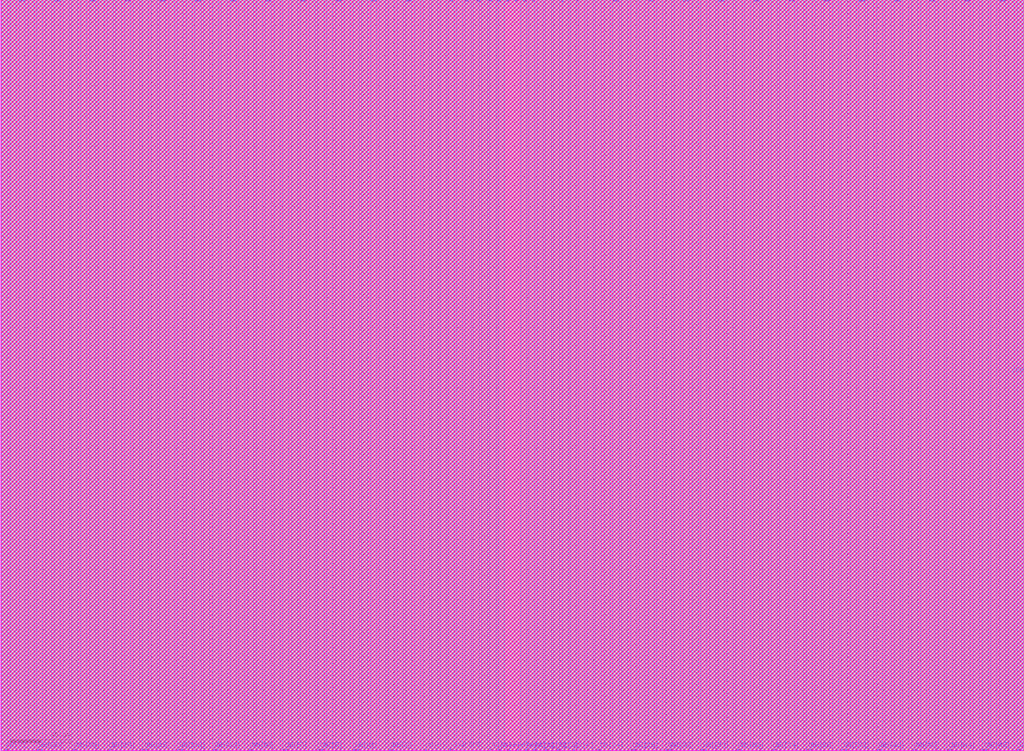
<source format=lef>
#     Copyright (c) 2023 SMIC                                                       
#     Filename:      FRAM512.lef                                                   
#     IP code:       S018RF2P                                                         
#     Version:       0.2.b                                                        
#     CreateDate:    Wed May 31 22:21:50 CST 2023                                                     
                    
#    LEF for 2-PORT Register File                                                               
#    SMIC 0.18um G Logic Process                                                       
#    Configuration: -instname FRAM512 -rows 256 -bits 48 -mux 2  



# DISCLAIMER                                                                           #
#                                                                                      #  
#   SMIC hereby provides the quality information to you but makes no claims,           #
# promises or guarantees about the accuracy, completeness, or adequacy of the          #
# information herein. The information contained herein is provided on an "AS IS"       #
# basis without any warranty, and SMIC assumes no obligation to provide support        #
# of any kind or otherwise maintain the information.                                   #  
#   SMIC disclaims any representation that the information does not infringe any       #
# intellectual property rights or proprietary rights of any third parties. SMIC        #
# makes no other warranty, whether express, implied or statutory as to any             #
# matter whatsoever, including but not limited to the accuracy or sufficiency of       #
# any information or the merchantability and fitness for a particular purpose.         #
# Neither SMIC nor any of its representatives shall be liable for any cause of         #
# action incurred to connect to this service.                                          #  
#                                                                                      #
# STATEMENT OF USE AND CONFIDENTIALITY                                                 #  
#                                                                                      #  
#   The following/attached material contains confidential and proprietary              #  
# information of SMIC. This material is based upon information which SMIC              #  
# considers reliable, but SMIC neither represents nor warrants that such               #
# information is accurate or complete, and it must not be relied upon as such.         #
# This information was prepared for informational purposes and is for the use          #
# by SMIC's customer only. SMIC reserves the right to make changes in the              #  
# information at any time without notice.                                              #  
#   No part of this information may be reproduced, transmitted, transcribed,           #  
# stored in a retrieval system, or translated into any human or computer               # 
# language, in any form or by any means, electronic, mechanical, magnetic,             #  
# optical, chemical, manual, or otherwise, without the prior written consent of        #
# SMIC. Any unauthorized use or disclosure of this material is strictly                #  
# prohibited and may be unlawful. By accepting this material, the receiving            #  
# party shall be deemed to have acknowledged, accepted, and agreed to be bound         #
# by the foregoing limitations and restrictions. Thank you.                            #  
#                                                                                      #  


MACRO FRAM512
CLASS BLOCK ;
ORIGIN 0 0 ;
SIZE 676.66 BY 496.905 ;
SYMMETRY X Y R90 ;

PIN DB[23]
DIRECTION INPUT ;
USE SIGNAL ;
PORT
LAYER METAL1 ;
RECT 2.825 0.0 3.895 0.64 ;
LAYER METAL2 ;
RECT 2.825 0.0 3.895 0.64 ;
LAYER METAL3 ;
RECT 2.825 0.0 3.895 0.64 ;
END
ANTENNAGATEAREA 0.079 ;
ANTENNADIFFAREA 0.3738 ;
END DB[23]

PIN QA[23]
DIRECTION OUTPUT ;
USE SIGNAL ;
PORT
LAYER METAL1 ;
RECT 12.645 496.265 13.715 496.905 ;
LAYER METAL2 ;
RECT 12.645 496.265 13.715 496.905 ;
LAYER METAL3 ;
RECT 12.645 496.265 13.715 496.905 ;
END
ANTENNAGATEAREA 0.079 ;
ANTENNADIFFAREA 0.3738 ;
END QA[23]

PIN QA[22]
DIRECTION OUTPUT ;
USE SIGNAL ;
PORT
LAYER METAL1 ;
RECT 14.715 496.265 15.785 496.905 ;
LAYER METAL2 ;
RECT 14.715 496.265 15.785 496.905 ;
LAYER METAL3 ;
RECT 14.715 496.265 15.785 496.905 ;
END
ANTENNAGATEAREA 0.079 ;
ANTENNADIFFAREA 0.3738 ;
END QA[22]

PIN DB[22]
DIRECTION INPUT ;
USE SIGNAL ;
PORT
LAYER METAL1 ;
RECT 24.535 0.0 25.605 0.64 ;
LAYER METAL2 ;
RECT 24.535 0.0 25.605 0.64 ;
LAYER METAL3 ;
RECT 24.535 0.0 25.605 0.64 ;
END
ANTENNAGATEAREA 0.079 ;
ANTENNADIFFAREA 0.3738 ;
END DB[22]

PIN DB[21]
DIRECTION INPUT ;
USE SIGNAL ;
PORT
LAYER METAL1 ;
RECT 26.065 0.0 27.135 0.64 ;
LAYER METAL2 ;
RECT 26.065 0.0 27.135 0.64 ;
LAYER METAL3 ;
RECT 26.065 0.0 27.135 0.64 ;
END
ANTENNAGATEAREA 0.079 ;
ANTENNADIFFAREA 0.3738 ;
END DB[21]

PIN QA[21]
DIRECTION OUTPUT ;
USE SIGNAL ;
PORT
LAYER METAL1 ;
RECT 35.885 496.265 36.955 496.905 ;
LAYER METAL2 ;
RECT 35.885 496.265 36.955 496.905 ;
LAYER METAL3 ;
RECT 35.885 496.265 36.955 496.905 ;
END
ANTENNAGATEAREA 0.079 ;
ANTENNADIFFAREA 0.3738 ;
END QA[21]

PIN QA[20]
DIRECTION OUTPUT ;
USE SIGNAL ;
PORT
LAYER METAL1 ;
RECT 37.955 496.265 39.025 496.905 ;
LAYER METAL2 ;
RECT 37.955 496.265 39.025 496.905 ;
LAYER METAL3 ;
RECT 37.955 496.265 39.025 496.905 ;
END
ANTENNAGATEAREA 0.079 ;
ANTENNADIFFAREA 0.3738 ;
END QA[20]

PIN DB[20]
DIRECTION INPUT ;
USE SIGNAL ;
PORT
LAYER METAL1 ;
RECT 47.775 0.0 48.845 0.64 ;
LAYER METAL2 ;
RECT 47.775 0.0 48.845 0.64 ;
LAYER METAL3 ;
RECT 47.775 0.0 48.845 0.64 ;
END
ANTENNAGATEAREA 0.079 ;
ANTENNADIFFAREA 0.3738 ;
END DB[20]

PIN DB[19]
DIRECTION INPUT ;
USE SIGNAL ;
PORT
LAYER METAL1 ;
RECT 49.305 0.0 50.375 0.64 ;
LAYER METAL2 ;
RECT 49.305 0.0 50.375 0.64 ;
LAYER METAL3 ;
RECT 49.305 0.0 50.375 0.64 ;
END
ANTENNAGATEAREA 0.079 ;
ANTENNADIFFAREA 0.3738 ;
END DB[19]

PIN QA[19]
DIRECTION OUTPUT ;
USE SIGNAL ;
PORT
LAYER METAL1 ;
RECT 59.125 496.265 60.195 496.905 ;
LAYER METAL2 ;
RECT 59.125 496.265 60.195 496.905 ;
LAYER METAL3 ;
RECT 59.125 496.265 60.195 496.905 ;
END
ANTENNAGATEAREA 0.079 ;
ANTENNADIFFAREA 0.3738 ;
END QA[19]

PIN QA[18]
DIRECTION OUTPUT ;
USE SIGNAL ;
PORT
LAYER METAL1 ;
RECT 61.195 496.265 62.265 496.905 ;
LAYER METAL2 ;
RECT 61.195 496.265 62.265 496.905 ;
LAYER METAL3 ;
RECT 61.195 496.265 62.265 496.905 ;
END
ANTENNAGATEAREA 0.079 ;
ANTENNADIFFAREA 0.3738 ;
END QA[18]

PIN DB[18]
DIRECTION INPUT ;
USE SIGNAL ;
PORT
LAYER METAL1 ;
RECT 71.015 0.0 72.085 0.64 ;
LAYER METAL2 ;
RECT 71.015 0.0 72.085 0.64 ;
LAYER METAL3 ;
RECT 71.015 0.0 72.085 0.64 ;
END
ANTENNAGATEAREA 0.079 ;
ANTENNADIFFAREA 0.3738 ;
END DB[18]

PIN DB[17]
DIRECTION INPUT ;
USE SIGNAL ;
PORT
LAYER METAL1 ;
RECT 72.545 0.0 73.615 0.64 ;
LAYER METAL2 ;
RECT 72.545 0.0 73.615 0.64 ;
LAYER METAL3 ;
RECT 72.545 0.0 73.615 0.64 ;
END
ANTENNAGATEAREA 0.079 ;
ANTENNADIFFAREA 0.3738 ;
END DB[17]

PIN QA[17]
DIRECTION OUTPUT ;
USE SIGNAL ;
PORT
LAYER METAL1 ;
RECT 82.365 496.265 83.435 496.905 ;
LAYER METAL2 ;
RECT 82.365 496.265 83.435 496.905 ;
LAYER METAL3 ;
RECT 82.365 496.265 83.435 496.905 ;
END
ANTENNAGATEAREA 0.079 ;
ANTENNADIFFAREA 0.3738 ;
END QA[17]

PIN QA[16]
DIRECTION OUTPUT ;
USE SIGNAL ;
PORT
LAYER METAL1 ;
RECT 84.435 496.265 85.505 496.905 ;
LAYER METAL2 ;
RECT 84.435 496.265 85.505 496.905 ;
LAYER METAL3 ;
RECT 84.435 496.265 85.505 496.905 ;
END
ANTENNAGATEAREA 0.079 ;
ANTENNADIFFAREA 0.3738 ;
END QA[16]

PIN DB[16]
DIRECTION INPUT ;
USE SIGNAL ;
PORT
LAYER METAL1 ;
RECT 94.255 0.0 95.325 0.64 ;
LAYER METAL2 ;
RECT 94.255 0.0 95.325 0.64 ;
LAYER METAL3 ;
RECT 94.255 0.0 95.325 0.64 ;
END
ANTENNAGATEAREA 0.079 ;
ANTENNADIFFAREA 0.3738 ;
END DB[16]

PIN DB[15]
DIRECTION INPUT ;
USE SIGNAL ;
PORT
LAYER METAL1 ;
RECT 95.785 0.0 96.855 0.64 ;
LAYER METAL2 ;
RECT 95.785 0.0 96.855 0.64 ;
LAYER METAL3 ;
RECT 95.785 0.0 96.855 0.64 ;
END
ANTENNAGATEAREA 0.079 ;
ANTENNADIFFAREA 0.3738 ;
END DB[15]

PIN QA[15]
DIRECTION OUTPUT ;
USE SIGNAL ;
PORT
LAYER METAL1 ;
RECT 105.605 496.265 106.675 496.905 ;
LAYER METAL2 ;
RECT 105.605 496.265 106.675 496.905 ;
LAYER METAL3 ;
RECT 105.605 496.265 106.675 496.905 ;
END
ANTENNAGATEAREA 0.079 ;
ANTENNADIFFAREA 0.3738 ;
END QA[15]

PIN QA[14]
DIRECTION OUTPUT ;
USE SIGNAL ;
PORT
LAYER METAL1 ;
RECT 107.675 496.265 108.745 496.905 ;
LAYER METAL2 ;
RECT 107.675 496.265 108.745 496.905 ;
LAYER METAL3 ;
RECT 107.675 496.265 108.745 496.905 ;
END
ANTENNAGATEAREA 0.079 ;
ANTENNADIFFAREA 0.3738 ;
END QA[14]

PIN DB[14]
DIRECTION INPUT ;
USE SIGNAL ;
PORT
LAYER METAL1 ;
RECT 117.495 0.0 118.565 0.64 ;
LAYER METAL2 ;
RECT 117.495 0.0 118.565 0.64 ;
LAYER METAL3 ;
RECT 117.495 0.0 118.565 0.64 ;
END
ANTENNAGATEAREA 0.079 ;
ANTENNADIFFAREA 0.3738 ;
END DB[14]

PIN DB[13]
DIRECTION INPUT ;
USE SIGNAL ;
PORT
LAYER METAL1 ;
RECT 119.025 0.0 120.095 0.64 ;
LAYER METAL2 ;
RECT 119.025 0.0 120.095 0.64 ;
LAYER METAL3 ;
RECT 119.025 0.0 120.095 0.64 ;
END
ANTENNAGATEAREA 0.079 ;
ANTENNADIFFAREA 0.3738 ;
END DB[13]

PIN QA[13]
DIRECTION OUTPUT ;
USE SIGNAL ;
PORT
LAYER METAL1 ;
RECT 128.845 496.265 129.915 496.905 ;
LAYER METAL2 ;
RECT 128.845 496.265 129.915 496.905 ;
LAYER METAL3 ;
RECT 128.845 496.265 129.915 496.905 ;
END
ANTENNAGATEAREA 0.079 ;
ANTENNADIFFAREA 0.3738 ;
END QA[13]

PIN QA[12]
DIRECTION OUTPUT ;
USE SIGNAL ;
PORT
LAYER METAL1 ;
RECT 130.915 496.265 131.985 496.905 ;
LAYER METAL2 ;
RECT 130.915 496.265 131.985 496.905 ;
LAYER METAL3 ;
RECT 130.915 496.265 131.985 496.905 ;
END
ANTENNAGATEAREA 0.079 ;
ANTENNADIFFAREA 0.3738 ;
END QA[12]

PIN DB[12]
DIRECTION INPUT ;
USE SIGNAL ;
PORT
LAYER METAL1 ;
RECT 140.735 0.0 141.805 0.64 ;
LAYER METAL2 ;
RECT 140.735 0.0 141.805 0.64 ;
LAYER METAL3 ;
RECT 140.735 0.0 141.805 0.64 ;
END
ANTENNAGATEAREA 0.079 ;
ANTENNADIFFAREA 0.3738 ;
END DB[12]

PIN DB[11]
DIRECTION INPUT ;
USE SIGNAL ;
PORT
LAYER METAL1 ;
RECT 142.265 0.0 143.335 0.64 ;
LAYER METAL2 ;
RECT 142.265 0.0 143.335 0.64 ;
LAYER METAL3 ;
RECT 142.265 0.0 143.335 0.64 ;
END
ANTENNAGATEAREA 0.079 ;
ANTENNADIFFAREA 0.3738 ;
END DB[11]

PIN QA[11]
DIRECTION OUTPUT ;
USE SIGNAL ;
PORT
LAYER METAL1 ;
RECT 152.085 496.265 153.155 496.905 ;
LAYER METAL2 ;
RECT 152.085 496.265 153.155 496.905 ;
LAYER METAL3 ;
RECT 152.085 496.265 153.155 496.905 ;
END
ANTENNAGATEAREA 0.079 ;
ANTENNADIFFAREA 0.3738 ;
END QA[11]

PIN QA[10]
DIRECTION OUTPUT ;
USE SIGNAL ;
PORT
LAYER METAL1 ;
RECT 154.155 496.265 155.225 496.905 ;
LAYER METAL2 ;
RECT 154.155 496.265 155.225 496.905 ;
LAYER METAL3 ;
RECT 154.155 496.265 155.225 496.905 ;
END
ANTENNAGATEAREA 0.079 ;
ANTENNADIFFAREA 0.3738 ;
END QA[10]

PIN DB[10]
DIRECTION INPUT ;
USE SIGNAL ;
PORT
LAYER METAL1 ;
RECT 163.975 0.0 165.045 0.64 ;
LAYER METAL2 ;
RECT 163.975 0.0 165.045 0.64 ;
LAYER METAL3 ;
RECT 163.975 0.0 165.045 0.64 ;
END
ANTENNAGATEAREA 0.079 ;
ANTENNADIFFAREA 0.3738 ;
END DB[10]

PIN DB[9]
DIRECTION INPUT ;
USE SIGNAL ;
PORT
LAYER METAL1 ;
RECT 165.505 0.0 166.575 0.64 ;
LAYER METAL2 ;
RECT 165.505 0.0 166.575 0.64 ;
LAYER METAL3 ;
RECT 165.505 0.0 166.575 0.64 ;
END
ANTENNAGATEAREA 0.079 ;
ANTENNADIFFAREA 0.3738 ;
END DB[9]

PIN QA[9]
DIRECTION OUTPUT ;
USE SIGNAL ;
PORT
LAYER METAL1 ;
RECT 175.325 496.265 176.395 496.905 ;
LAYER METAL2 ;
RECT 175.325 496.265 176.395 496.905 ;
LAYER METAL3 ;
RECT 175.325 496.265 176.395 496.905 ;
END
ANTENNAGATEAREA 0.079 ;
ANTENNADIFFAREA 0.3738 ;
END QA[9]

PIN QA[8]
DIRECTION OUTPUT ;
USE SIGNAL ;
PORT
LAYER METAL1 ;
RECT 177.395 496.265 178.465 496.905 ;
LAYER METAL2 ;
RECT 177.395 496.265 178.465 496.905 ;
LAYER METAL3 ;
RECT 177.395 496.265 178.465 496.905 ;
END
ANTENNAGATEAREA 0.079 ;
ANTENNADIFFAREA 0.3738 ;
END QA[8]

PIN DB[8]
DIRECTION INPUT ;
USE SIGNAL ;
PORT
LAYER METAL1 ;
RECT 187.215 0.0 188.285 0.64 ;
LAYER METAL2 ;
RECT 187.215 0.0 188.285 0.64 ;
LAYER METAL3 ;
RECT 187.215 0.0 188.285 0.64 ;
END
ANTENNAGATEAREA 0.079 ;
ANTENNADIFFAREA 0.3738 ;
END DB[8]

PIN DB[7]
DIRECTION INPUT ;
USE SIGNAL ;
PORT
LAYER METAL1 ;
RECT 188.745 0.0 189.815 0.64 ;
LAYER METAL2 ;
RECT 188.745 0.0 189.815 0.64 ;
LAYER METAL3 ;
RECT 188.745 0.0 189.815 0.64 ;
END
ANTENNAGATEAREA 0.079 ;
ANTENNADIFFAREA 0.3738 ;
END DB[7]

PIN QA[7]
DIRECTION OUTPUT ;
USE SIGNAL ;
PORT
LAYER METAL1 ;
RECT 198.565 496.265 199.635 496.905 ;
LAYER METAL2 ;
RECT 198.565 496.265 199.635 496.905 ;
LAYER METAL3 ;
RECT 198.565 496.265 199.635 496.905 ;
END
ANTENNAGATEAREA 0.079 ;
ANTENNADIFFAREA 0.3738 ;
END QA[7]

PIN QA[6]
DIRECTION OUTPUT ;
USE SIGNAL ;
PORT
LAYER METAL1 ;
RECT 200.635 496.265 201.705 496.905 ;
LAYER METAL2 ;
RECT 200.635 496.265 201.705 496.905 ;
LAYER METAL3 ;
RECT 200.635 496.265 201.705 496.905 ;
END
ANTENNAGATEAREA 0.079 ;
ANTENNADIFFAREA 0.3738 ;
END QA[6]

PIN DB[6]
DIRECTION INPUT ;
USE SIGNAL ;
PORT
LAYER METAL1 ;
RECT 210.455 0.0 211.525 0.64 ;
LAYER METAL2 ;
RECT 210.455 0.0 211.525 0.64 ;
LAYER METAL3 ;
RECT 210.455 0.0 211.525 0.64 ;
END
ANTENNAGATEAREA 0.079 ;
ANTENNADIFFAREA 0.3738 ;
END DB[6]

PIN DB[5]
DIRECTION INPUT ;
USE SIGNAL ;
PORT
LAYER METAL1 ;
RECT 211.985 0.0 213.055 0.64 ;
LAYER METAL2 ;
RECT 211.985 0.0 213.055 0.64 ;
LAYER METAL3 ;
RECT 211.985 0.0 213.055 0.64 ;
END
ANTENNAGATEAREA 0.079 ;
ANTENNADIFFAREA 0.3738 ;
END DB[5]

PIN QA[5]
DIRECTION OUTPUT ;
USE SIGNAL ;
PORT
LAYER METAL1 ;
RECT 221.805 496.265 222.875 496.905 ;
LAYER METAL2 ;
RECT 221.805 496.265 222.875 496.905 ;
LAYER METAL3 ;
RECT 221.805 496.265 222.875 496.905 ;
END
ANTENNAGATEAREA 0.079 ;
ANTENNADIFFAREA 0.3738 ;
END QA[5]

PIN QA[4]
DIRECTION OUTPUT ;
USE SIGNAL ;
PORT
LAYER METAL1 ;
RECT 223.875 496.265 224.945 496.905 ;
LAYER METAL2 ;
RECT 223.875 496.265 224.945 496.905 ;
LAYER METAL3 ;
RECT 223.875 496.265 224.945 496.905 ;
END
ANTENNAGATEAREA 0.079 ;
ANTENNADIFFAREA 0.3738 ;
END QA[4]

PIN DB[4]
DIRECTION INPUT ;
USE SIGNAL ;
PORT
LAYER METAL1 ;
RECT 233.695 0.0 234.765 0.64 ;
LAYER METAL2 ;
RECT 233.695 0.0 234.765 0.64 ;
LAYER METAL3 ;
RECT 233.695 0.0 234.765 0.64 ;
END
ANTENNAGATEAREA 0.079 ;
ANTENNADIFFAREA 0.3738 ;
END DB[4]

PIN DB[3]
DIRECTION INPUT ;
USE SIGNAL ;
PORT
LAYER METAL1 ;
RECT 235.225 0.0 236.295 0.64 ;
LAYER METAL2 ;
RECT 235.225 0.0 236.295 0.64 ;
LAYER METAL3 ;
RECT 235.225 0.0 236.295 0.64 ;
END
ANTENNAGATEAREA 0.079 ;
ANTENNADIFFAREA 0.3738 ;
END DB[3]

PIN QA[3]
DIRECTION OUTPUT ;
USE SIGNAL ;
PORT
LAYER METAL1 ;
RECT 245.045 496.265 246.115 496.905 ;
LAYER METAL2 ;
RECT 245.045 496.265 246.115 496.905 ;
LAYER METAL3 ;
RECT 245.045 496.265 246.115 496.905 ;
END
ANTENNAGATEAREA 0.079 ;
ANTENNADIFFAREA 0.3738 ;
END QA[3]

PIN QA[2]
DIRECTION OUTPUT ;
USE SIGNAL ;
PORT
LAYER METAL1 ;
RECT 247.115 496.265 248.185 496.905 ;
LAYER METAL2 ;
RECT 247.115 496.265 248.185 496.905 ;
LAYER METAL3 ;
RECT 247.115 496.265 248.185 496.905 ;
END
ANTENNAGATEAREA 0.079 ;
ANTENNADIFFAREA 0.3738 ;
END QA[2]

PIN DB[2]
DIRECTION INPUT ;
USE SIGNAL ;
PORT
LAYER METAL1 ;
RECT 256.935 0.0 258.005 0.64 ;
LAYER METAL2 ;
RECT 256.935 0.0 258.005 0.64 ;
LAYER METAL3 ;
RECT 256.935 0.0 258.005 0.64 ;
END
ANTENNAGATEAREA 0.079 ;
ANTENNADIFFAREA 0.3738 ;
END DB[2]

PIN DB[1]
DIRECTION INPUT ;
USE SIGNAL ;
PORT
LAYER METAL1 ;
RECT 258.465 0.0 259.535 0.64 ;
LAYER METAL2 ;
RECT 258.465 0.0 259.535 0.64 ;
LAYER METAL3 ;
RECT 258.465 0.0 259.535 0.64 ;
END
ANTENNAGATEAREA 0.079 ;
ANTENNADIFFAREA 0.3738 ;
END DB[1]

PIN QA[1]
DIRECTION OUTPUT ;
USE SIGNAL ;
PORT
LAYER METAL1 ;
RECT 268.285 496.265 269.355 496.905 ;
LAYER METAL2 ;
RECT 268.285 496.265 269.355 496.905 ;
LAYER METAL3 ;
RECT 268.285 496.265 269.355 496.905 ;
END
ANTENNAGATEAREA 0.079 ;
ANTENNADIFFAREA 0.3738 ;
END QA[1]

PIN QA[0]
DIRECTION OUTPUT ;
USE SIGNAL ;
PORT
LAYER METAL1 ;
RECT 270.355 496.265 271.425 496.905 ;
LAYER METAL2 ;
RECT 270.355 496.265 271.425 496.905 ;
LAYER METAL3 ;
RECT 270.355 496.265 271.425 496.905 ;
END
ANTENNAGATEAREA 0.079 ;
ANTENNADIFFAREA 0.3738 ;
END QA[0]

PIN DB[0]
DIRECTION INPUT ;
USE SIGNAL ;
PORT
LAYER METAL1 ;
RECT 280.175 0.0 281.245 0.64 ;
LAYER METAL2 ;
RECT 280.175 0.0 281.245 0.64 ;
LAYER METAL3 ;
RECT 280.175 0.0 281.245 0.64 ;
END
ANTENNAGATEAREA 0.079 ;
ANTENNADIFFAREA 0.3738 ;
END DB[0]

PIN CLKB
DIRECTION INPUT ;
USE CLOCK ;
PORT
LAYER METAL1 ;
RECT 297.105 0.0 297.605 1.07 ;
LAYER METAL2 ;
RECT 297.105 0.0 297.605 1.07 ;
LAYER METAL3 ;
RECT 297.105 0.0 297.605 1.07 ;
END
ANTENNAGATEAREA 0.079 ;
ANTENNADIFFAREA 0.3738 ;
END CLKB

PIN AA[0]
DIRECTION INPUT ;
USE SIGNAL ;
PORT
LAYER METAL1 ;
RECT 297.3 496.265 298.55 496.905 ;
LAYER METAL2 ;
RECT 297.3 496.265 298.55 496.905 ;
LAYER METAL3 ;
RECT 297.3 496.265 298.55 496.905 ;
END
ANTENNAGATEAREA 0.079 ;
ANTENNADIFFAREA 0.3738 ;
END AA[0]

PIN CENB
DIRECTION INPUT ;
USE SIGNAL ;
PORT
LAYER METAL1 ;
RECT 306.72 0.0 307.22 1.07 ;
LAYER METAL2 ;
RECT 306.72 0.0 307.22 1.07 ;
LAYER METAL3 ;
RECT 306.72 0.0 307.22 1.07 ;
END
ANTENNAGATEAREA 0.079 ;
ANTENNADIFFAREA 0.3738 ;
END CENB

PIN AA[3]
DIRECTION INPUT ;
USE SIGNAL ;
PORT
LAYER METAL1 ;
RECT 307.115 496.265 308.765 496.905 ;
LAYER METAL2 ;
RECT 307.115 496.265 308.365 496.905 ;
LAYER METAL3 ;
RECT 307.115 496.265 308.365 496.905 ;
END
ANTENNAGATEAREA 0.079 ;
ANTENNADIFFAREA 0.3738 ;
END AA[3]

PIN AA[2]
DIRECTION INPUT ;
USE SIGNAL ;
PORT
LAYER METAL1 ;
RECT 315.055 496.265 316.705 496.905 ;
LAYER METAL2 ;
RECT 315.055 496.265 316.305 496.905 ;
LAYER METAL3 ;
RECT 315.055 496.265 316.305 496.905 ;
END
ANTENNAGATEAREA 0.079 ;
ANTENNADIFFAREA 0.3738 ;
END AA[2]

PIN AA[1]
DIRECTION INPUT ;
USE SIGNAL ;
PORT
LAYER METAL1 ;
RECT 322.995 496.265 324.645 496.905 ;
LAYER METAL2 ;
RECT 322.995 496.265 324.245 496.905 ;
LAYER METAL3 ;
RECT 322.995 496.265 324.245 496.905 ;
END
ANTENNAGATEAREA 0.079 ;
ANTENNADIFFAREA 0.3738 ;
END AA[1]

PIN AB[8]
DIRECTION INPUT ;
USE SIGNAL ;
PORT
LAYER METAL1 ;
RECT 323.45 0.0 325.015 0.64 ;
LAYER METAL2 ;
RECT 323.765 0.0 325.015 0.64 ;
LAYER METAL3 ;
RECT 323.765 0.0 325.015 0.64 ;
END
ANTENNAGATEAREA 0.079 ;
ANTENNADIFFAREA 0.3738 ;
END AB[8]

PIN AA[4]
DIRECTION INPUT ;
USE SIGNAL ;
PORT
LAYER METAL1 ;
RECT 328.605 496.265 330.17 496.905 ;
LAYER METAL2 ;
RECT 328.605 496.265 329.855 496.905 ;
LAYER METAL3 ;
RECT 328.605 496.265 329.855 496.905 ;
END
ANTENNAGATEAREA 0.079 ;
ANTENNADIFFAREA 0.3738 ;
END AA[4]

PIN AB[7]
DIRECTION INPUT ;
USE SIGNAL ;
PORT
LAYER METAL1 ;
RECT 329.21 0.0 330.775 0.64 ;
LAYER METAL2 ;
RECT 329.525 0.0 330.775 0.64 ;
LAYER METAL3 ;
RECT 329.525 0.0 330.775 0.64 ;
END
ANTENNAGATEAREA 0.079 ;
ANTENNADIFFAREA 0.3738 ;
END AB[7]

PIN AA[5]
DIRECTION INPUT ;
USE SIGNAL ;
PORT
LAYER METAL1 ;
RECT 334.365 496.265 335.93 496.905 ;
LAYER METAL2 ;
RECT 334.365 496.265 335.615 496.905 ;
LAYER METAL3 ;
RECT 334.365 496.265 335.615 496.905 ;
END
ANTENNAGATEAREA 0.079 ;
ANTENNADIFFAREA 0.3738 ;
END AA[5]

PIN AB[6]
DIRECTION INPUT ;
USE SIGNAL ;
PORT
LAYER METAL1 ;
RECT 334.97 0.0 336.535 0.64 ;
LAYER METAL2 ;
RECT 335.285 0.0 336.535 0.64 ;
LAYER METAL3 ;
RECT 335.285 0.0 336.535 0.64 ;
END
ANTENNAGATEAREA 0.079 ;
ANTENNADIFFAREA 0.3738 ;
END AB[6]

PIN AA[6]
DIRECTION INPUT ;
USE SIGNAL ;
PORT
LAYER METAL1 ;
RECT 340.125 496.265 341.69 496.905 ;
LAYER METAL2 ;
RECT 340.125 496.265 341.375 496.905 ;
LAYER METAL3 ;
RECT 340.125 496.265 341.375 496.905 ;
END
ANTENNAGATEAREA 0.079 ;
ANTENNADIFFAREA 0.3738 ;
END AA[6]

PIN AB[5]
DIRECTION INPUT ;
USE SIGNAL ;
PORT
LAYER METAL1 ;
RECT 340.73 0.0 342.295 0.64 ;
LAYER METAL2 ;
RECT 341.045 0.0 342.295 0.64 ;
LAYER METAL3 ;
RECT 341.045 0.0 342.295 0.64 ;
END
ANTENNAGATEAREA 0.079 ;
ANTENNADIFFAREA 0.3738 ;
END AB[5]

PIN AA[7]
DIRECTION INPUT ;
USE SIGNAL ;
PORT
LAYER METAL1 ;
RECT 345.885 496.265 347.45 496.905 ;
LAYER METAL2 ;
RECT 345.885 496.265 347.135 496.905 ;
LAYER METAL3 ;
RECT 345.885 496.265 347.135 496.905 ;
END
ANTENNAGATEAREA 0.079 ;
ANTENNADIFFAREA 0.3738 ;
END AA[7]

PIN AB[4]
DIRECTION INPUT ;
USE SIGNAL ;
PORT
LAYER METAL1 ;
RECT 346.49 0.0 348.055 0.64 ;
LAYER METAL2 ;
RECT 346.805 0.0 348.055 0.64 ;
LAYER METAL3 ;
RECT 346.805 0.0 348.055 0.64 ;
END
ANTENNAGATEAREA 0.079 ;
ANTENNADIFFAREA 0.3738 ;
END AB[4]

PIN AA[8]
DIRECTION INPUT ;
USE SIGNAL ;
PORT
LAYER METAL1 ;
RECT 351.645 496.265 353.21 496.905 ;
LAYER METAL2 ;
RECT 351.645 496.265 352.895 496.905 ;
LAYER METAL3 ;
RECT 351.645 496.265 352.895 496.905 ;
END
ANTENNAGATEAREA 0.079 ;
ANTENNADIFFAREA 0.3738 ;
END AA[8]

PIN AB[1]
DIRECTION INPUT ;
USE SIGNAL ;
PORT
LAYER METAL1 ;
RECT 352.015 0.0 353.665 0.64 ;
LAYER METAL2 ;
RECT 352.415 0.0 353.665 0.64 ;
LAYER METAL3 ;
RECT 352.415 0.0 353.665 0.64 ;
END
ANTENNAGATEAREA 0.079 ;
ANTENNADIFFAREA 0.3738 ;
END AB[1]

PIN AB[2]
DIRECTION INPUT ;
USE SIGNAL ;
PORT
LAYER METAL1 ;
RECT 359.955 0.0 361.605 0.64 ;
LAYER METAL2 ;
RECT 360.355 0.0 361.605 0.64 ;
LAYER METAL3 ;
RECT 360.355 0.0 361.605 0.64 ;
END
ANTENNAGATEAREA 0.079 ;
ANTENNADIFFAREA 0.3738 ;
END AB[2]

PIN AB[3]
DIRECTION INPUT ;
USE SIGNAL ;
PORT
LAYER METAL1 ;
RECT 367.895 0.0 369.545 0.64 ;
LAYER METAL2 ;
RECT 368.295 0.0 369.545 0.64 ;
LAYER METAL3 ;
RECT 368.295 0.0 369.545 0.64 ;
END
ANTENNAGATEAREA 0.079 ;
ANTENNADIFFAREA 0.3738 ;
END AB[3]

PIN CENA
DIRECTION INPUT ;
USE SIGNAL ;
PORT
LAYER METAL1 ;
RECT 371.285 495.835 371.785 496.905 ;
LAYER METAL2 ;
RECT 371.285 495.835 371.785 496.905 ;
LAYER METAL3 ;
RECT 371.285 495.835 371.785 496.905 ;
END
ANTENNAGATEAREA 0.079 ;
ANTENNADIFFAREA 0.3738 ;
END CENA

PIN AB[0]
DIRECTION INPUT ;
USE SIGNAL ;
PORT
LAYER METAL1 ;
RECT 378.11 0.0 379.36 0.64 ;
LAYER METAL2 ;
RECT 378.11 0.0 379.36 0.64 ;
LAYER METAL3 ;
RECT 378.11 0.0 379.36 0.64 ;
END
ANTENNAGATEAREA 0.079 ;
ANTENNADIFFAREA 0.3738 ;
END AB[0]

PIN CLKA
DIRECTION INPUT ;
USE CLOCK ;
PORT
LAYER METAL1 ;
RECT 380.69 495.835 381.19 496.905 ;
LAYER METAL2 ;
RECT 380.69 495.835 381.19 496.905 ;
LAYER METAL3 ;
RECT 380.69 495.835 381.19 496.905 ;
END
ANTENNAGATEAREA 0.079 ;
ANTENNADIFFAREA 0.3738 ;
END CLKA

PIN DB[24]
DIRECTION INPUT ;
USE SIGNAL ;
PORT
LAYER METAL1 ;
RECT 395.415 0.0 396.485 0.64 ;
LAYER METAL2 ;
RECT 395.415 0.0 396.485 0.64 ;
LAYER METAL3 ;
RECT 395.415 0.0 396.485 0.64 ;
END
ANTENNAGATEAREA 0.079 ;
ANTENNADIFFAREA 0.3738 ;
END DB[24]

PIN QA[24]
DIRECTION OUTPUT ;
USE SIGNAL ;
PORT
LAYER METAL1 ;
RECT 405.235 496.265 406.305 496.905 ;
LAYER METAL2 ;
RECT 405.235 496.265 406.305 496.905 ;
LAYER METAL3 ;
RECT 405.235 496.265 406.305 496.905 ;
END
ANTENNAGATEAREA 0.079 ;
ANTENNADIFFAREA 0.3738 ;
END QA[24]

PIN QA[25]
DIRECTION OUTPUT ;
USE SIGNAL ;
PORT
LAYER METAL1 ;
RECT 407.305 496.265 408.375 496.905 ;
LAYER METAL2 ;
RECT 407.305 496.265 408.375 496.905 ;
LAYER METAL3 ;
RECT 407.305 496.265 408.375 496.905 ;
END
ANTENNAGATEAREA 0.079 ;
ANTENNADIFFAREA 0.3738 ;
END QA[25]

PIN DB[25]
DIRECTION INPUT ;
USE SIGNAL ;
PORT
LAYER METAL1 ;
RECT 417.125 0.0 418.195 0.64 ;
LAYER METAL2 ;
RECT 417.125 0.0 418.195 0.64 ;
LAYER METAL3 ;
RECT 417.125 0.0 418.195 0.64 ;
END
ANTENNAGATEAREA 0.079 ;
ANTENNADIFFAREA 0.3738 ;
END DB[25]

PIN DB[26]
DIRECTION INPUT ;
USE SIGNAL ;
PORT
LAYER METAL1 ;
RECT 418.655 0.0 419.725 0.64 ;
LAYER METAL2 ;
RECT 418.655 0.0 419.725 0.64 ;
LAYER METAL3 ;
RECT 418.655 0.0 419.725 0.64 ;
END
ANTENNAGATEAREA 0.079 ;
ANTENNADIFFAREA 0.3738 ;
END DB[26]

PIN QA[26]
DIRECTION OUTPUT ;
USE SIGNAL ;
PORT
LAYER METAL1 ;
RECT 428.475 496.265 429.545 496.905 ;
LAYER METAL2 ;
RECT 428.475 496.265 429.545 496.905 ;
LAYER METAL3 ;
RECT 428.475 496.265 429.545 496.905 ;
END
ANTENNAGATEAREA 0.079 ;
ANTENNADIFFAREA 0.3738 ;
END QA[26]

PIN QA[27]
DIRECTION OUTPUT ;
USE SIGNAL ;
PORT
LAYER METAL1 ;
RECT 430.545 496.265 431.615 496.905 ;
LAYER METAL2 ;
RECT 430.545 496.265 431.615 496.905 ;
LAYER METAL3 ;
RECT 430.545 496.265 431.615 496.905 ;
END
ANTENNAGATEAREA 0.079 ;
ANTENNADIFFAREA 0.3738 ;
END QA[27]

PIN DB[27]
DIRECTION INPUT ;
USE SIGNAL ;
PORT
LAYER METAL1 ;
RECT 440.365 0.0 441.435 0.64 ;
LAYER METAL2 ;
RECT 440.365 0.0 441.435 0.64 ;
LAYER METAL3 ;
RECT 440.365 0.0 441.435 0.64 ;
END
ANTENNAGATEAREA 0.079 ;
ANTENNADIFFAREA 0.3738 ;
END DB[27]

PIN DB[28]
DIRECTION INPUT ;
USE SIGNAL ;
PORT
LAYER METAL1 ;
RECT 441.895 0.0 442.965 0.64 ;
LAYER METAL2 ;
RECT 441.895 0.0 442.965 0.64 ;
LAYER METAL3 ;
RECT 441.895 0.0 442.965 0.64 ;
END
ANTENNAGATEAREA 0.079 ;
ANTENNADIFFAREA 0.3738 ;
END DB[28]

PIN QA[28]
DIRECTION OUTPUT ;
USE SIGNAL ;
PORT
LAYER METAL1 ;
RECT 451.715 496.265 452.785 496.905 ;
LAYER METAL2 ;
RECT 451.715 496.265 452.785 496.905 ;
LAYER METAL3 ;
RECT 451.715 496.265 452.785 496.905 ;
END
ANTENNAGATEAREA 0.079 ;
ANTENNADIFFAREA 0.3738 ;
END QA[28]

PIN QA[29]
DIRECTION OUTPUT ;
USE SIGNAL ;
PORT
LAYER METAL1 ;
RECT 453.785 496.265 454.855 496.905 ;
LAYER METAL2 ;
RECT 453.785 496.265 454.855 496.905 ;
LAYER METAL3 ;
RECT 453.785 496.265 454.855 496.905 ;
END
ANTENNAGATEAREA 0.079 ;
ANTENNADIFFAREA 0.3738 ;
END QA[29]

PIN DB[29]
DIRECTION INPUT ;
USE SIGNAL ;
PORT
LAYER METAL1 ;
RECT 463.605 0.0 464.675 0.64 ;
LAYER METAL2 ;
RECT 463.605 0.0 464.675 0.64 ;
LAYER METAL3 ;
RECT 463.605 0.0 464.675 0.64 ;
END
ANTENNAGATEAREA 0.079 ;
ANTENNADIFFAREA 0.3738 ;
END DB[29]

PIN DB[30]
DIRECTION INPUT ;
USE SIGNAL ;
PORT
LAYER METAL1 ;
RECT 465.135 0.0 466.205 0.64 ;
LAYER METAL2 ;
RECT 465.135 0.0 466.205 0.64 ;
LAYER METAL3 ;
RECT 465.135 0.0 466.205 0.64 ;
END
ANTENNAGATEAREA 0.079 ;
ANTENNADIFFAREA 0.3738 ;
END DB[30]

PIN QA[30]
DIRECTION OUTPUT ;
USE SIGNAL ;
PORT
LAYER METAL1 ;
RECT 474.955 496.265 476.025 496.905 ;
LAYER METAL2 ;
RECT 474.955 496.265 476.025 496.905 ;
LAYER METAL3 ;
RECT 474.955 496.265 476.025 496.905 ;
END
ANTENNAGATEAREA 0.079 ;
ANTENNADIFFAREA 0.3738 ;
END QA[30]

PIN QA[31]
DIRECTION OUTPUT ;
USE SIGNAL ;
PORT
LAYER METAL1 ;
RECT 477.025 496.265 478.095 496.905 ;
LAYER METAL2 ;
RECT 477.025 496.265 478.095 496.905 ;
LAYER METAL3 ;
RECT 477.025 496.265 478.095 496.905 ;
END
ANTENNAGATEAREA 0.079 ;
ANTENNADIFFAREA 0.3738 ;
END QA[31]

PIN DB[31]
DIRECTION INPUT ;
USE SIGNAL ;
PORT
LAYER METAL1 ;
RECT 486.845 0.0 487.915 0.64 ;
LAYER METAL2 ;
RECT 486.845 0.0 487.915 0.64 ;
LAYER METAL3 ;
RECT 486.845 0.0 487.915 0.64 ;
END
ANTENNAGATEAREA 0.079 ;
ANTENNADIFFAREA 0.3738 ;
END DB[31]

PIN DB[32]
DIRECTION INPUT ;
USE SIGNAL ;
PORT
LAYER METAL1 ;
RECT 488.375 0.0 489.445 0.64 ;
LAYER METAL2 ;
RECT 488.375 0.0 489.445 0.64 ;
LAYER METAL3 ;
RECT 488.375 0.0 489.445 0.64 ;
END
ANTENNAGATEAREA 0.079 ;
ANTENNADIFFAREA 0.3738 ;
END DB[32]

PIN QA[32]
DIRECTION OUTPUT ;
USE SIGNAL ;
PORT
LAYER METAL1 ;
RECT 498.195 496.265 499.265 496.905 ;
LAYER METAL2 ;
RECT 498.195 496.265 499.265 496.905 ;
LAYER METAL3 ;
RECT 498.195 496.265 499.265 496.905 ;
END
ANTENNAGATEAREA 0.079 ;
ANTENNADIFFAREA 0.3738 ;
END QA[32]

PIN QA[33]
DIRECTION OUTPUT ;
USE SIGNAL ;
PORT
LAYER METAL1 ;
RECT 500.265 496.265 501.335 496.905 ;
LAYER METAL2 ;
RECT 500.265 496.265 501.335 496.905 ;
LAYER METAL3 ;
RECT 500.265 496.265 501.335 496.905 ;
END
ANTENNAGATEAREA 0.079 ;
ANTENNADIFFAREA 0.3738 ;
END QA[33]

PIN DB[33]
DIRECTION INPUT ;
USE SIGNAL ;
PORT
LAYER METAL1 ;
RECT 510.085 0.0 511.155 0.64 ;
LAYER METAL2 ;
RECT 510.085 0.0 511.155 0.64 ;
LAYER METAL3 ;
RECT 510.085 0.0 511.155 0.64 ;
END
ANTENNAGATEAREA 0.079 ;
ANTENNADIFFAREA 0.3738 ;
END DB[33]

PIN DB[34]
DIRECTION INPUT ;
USE SIGNAL ;
PORT
LAYER METAL1 ;
RECT 511.615 0.0 512.685 0.64 ;
LAYER METAL2 ;
RECT 511.615 0.0 512.685 0.64 ;
LAYER METAL3 ;
RECT 511.615 0.0 512.685 0.64 ;
END
ANTENNAGATEAREA 0.079 ;
ANTENNADIFFAREA 0.3738 ;
END DB[34]

PIN QA[34]
DIRECTION OUTPUT ;
USE SIGNAL ;
PORT
LAYER METAL1 ;
RECT 521.435 496.265 522.505 496.905 ;
LAYER METAL2 ;
RECT 521.435 496.265 522.505 496.905 ;
LAYER METAL3 ;
RECT 521.435 496.265 522.505 496.905 ;
END
ANTENNAGATEAREA 0.079 ;
ANTENNADIFFAREA 0.3738 ;
END QA[34]

PIN QA[35]
DIRECTION OUTPUT ;
USE SIGNAL ;
PORT
LAYER METAL1 ;
RECT 523.505 496.265 524.575 496.905 ;
LAYER METAL2 ;
RECT 523.505 496.265 524.575 496.905 ;
LAYER METAL3 ;
RECT 523.505 496.265 524.575 496.905 ;
END
ANTENNAGATEAREA 0.079 ;
ANTENNADIFFAREA 0.3738 ;
END QA[35]

PIN DB[35]
DIRECTION INPUT ;
USE SIGNAL ;
PORT
LAYER METAL1 ;
RECT 533.325 0.0 534.395 0.64 ;
LAYER METAL2 ;
RECT 533.325 0.0 534.395 0.64 ;
LAYER METAL3 ;
RECT 533.325 0.0 534.395 0.64 ;
END
ANTENNAGATEAREA 0.079 ;
ANTENNADIFFAREA 0.3738 ;
END DB[35]

PIN DB[36]
DIRECTION INPUT ;
USE SIGNAL ;
PORT
LAYER METAL1 ;
RECT 534.855 0.0 535.925 0.64 ;
LAYER METAL2 ;
RECT 534.855 0.0 535.925 0.64 ;
LAYER METAL3 ;
RECT 534.855 0.0 535.925 0.64 ;
END
ANTENNAGATEAREA 0.079 ;
ANTENNADIFFAREA 0.3738 ;
END DB[36]

PIN QA[36]
DIRECTION OUTPUT ;
USE SIGNAL ;
PORT
LAYER METAL1 ;
RECT 544.675 496.265 545.745 496.905 ;
LAYER METAL2 ;
RECT 544.675 496.265 545.745 496.905 ;
LAYER METAL3 ;
RECT 544.675 496.265 545.745 496.905 ;
END
ANTENNAGATEAREA 0.079 ;
ANTENNADIFFAREA 0.3738 ;
END QA[36]

PIN QA[37]
DIRECTION OUTPUT ;
USE SIGNAL ;
PORT
LAYER METAL1 ;
RECT 546.745 496.265 547.815 496.905 ;
LAYER METAL2 ;
RECT 546.745 496.265 547.815 496.905 ;
LAYER METAL3 ;
RECT 546.745 496.265 547.815 496.905 ;
END
ANTENNAGATEAREA 0.079 ;
ANTENNADIFFAREA 0.3738 ;
END QA[37]

PIN DB[37]
DIRECTION INPUT ;
USE SIGNAL ;
PORT
LAYER METAL1 ;
RECT 556.565 0.0 557.635 0.64 ;
LAYER METAL2 ;
RECT 556.565 0.0 557.635 0.64 ;
LAYER METAL3 ;
RECT 556.565 0.0 557.635 0.64 ;
END
ANTENNAGATEAREA 0.079 ;
ANTENNADIFFAREA 0.3738 ;
END DB[37]

PIN DB[38]
DIRECTION INPUT ;
USE SIGNAL ;
PORT
LAYER METAL1 ;
RECT 558.095 0.0 559.165 0.64 ;
LAYER METAL2 ;
RECT 558.095 0.0 559.165 0.64 ;
LAYER METAL3 ;
RECT 558.095 0.0 559.165 0.64 ;
END
ANTENNAGATEAREA 0.079 ;
ANTENNADIFFAREA 0.3738 ;
END DB[38]

PIN QA[38]
DIRECTION OUTPUT ;
USE SIGNAL ;
PORT
LAYER METAL1 ;
RECT 567.915 496.265 568.985 496.905 ;
LAYER METAL2 ;
RECT 567.915 496.265 568.985 496.905 ;
LAYER METAL3 ;
RECT 567.915 496.265 568.985 496.905 ;
END
ANTENNAGATEAREA 0.079 ;
ANTENNADIFFAREA 0.3738 ;
END QA[38]

PIN QA[39]
DIRECTION OUTPUT ;
USE SIGNAL ;
PORT
LAYER METAL1 ;
RECT 569.985 496.265 571.055 496.905 ;
LAYER METAL2 ;
RECT 569.985 496.265 571.055 496.905 ;
LAYER METAL3 ;
RECT 569.985 496.265 571.055 496.905 ;
END
ANTENNAGATEAREA 0.079 ;
ANTENNADIFFAREA 0.3738 ;
END QA[39]

PIN DB[39]
DIRECTION INPUT ;
USE SIGNAL ;
PORT
LAYER METAL1 ;
RECT 579.805 0.0 580.875 0.64 ;
LAYER METAL2 ;
RECT 579.805 0.0 580.875 0.64 ;
LAYER METAL3 ;
RECT 579.805 0.0 580.875 0.64 ;
END
ANTENNAGATEAREA 0.079 ;
ANTENNADIFFAREA 0.3738 ;
END DB[39]

PIN DB[40]
DIRECTION INPUT ;
USE SIGNAL ;
PORT
LAYER METAL1 ;
RECT 581.335 0.0 582.405 0.64 ;
LAYER METAL2 ;
RECT 581.335 0.0 582.405 0.64 ;
LAYER METAL3 ;
RECT 581.335 0.0 582.405 0.64 ;
END
ANTENNAGATEAREA 0.079 ;
ANTENNADIFFAREA 0.3738 ;
END DB[40]

PIN QA[40]
DIRECTION OUTPUT ;
USE SIGNAL ;
PORT
LAYER METAL1 ;
RECT 591.155 496.265 592.225 496.905 ;
LAYER METAL2 ;
RECT 591.155 496.265 592.225 496.905 ;
LAYER METAL3 ;
RECT 591.155 496.265 592.225 496.905 ;
END
ANTENNAGATEAREA 0.079 ;
ANTENNADIFFAREA 0.3738 ;
END QA[40]

PIN QA[41]
DIRECTION OUTPUT ;
USE SIGNAL ;
PORT
LAYER METAL1 ;
RECT 593.225 496.265 594.295 496.905 ;
LAYER METAL2 ;
RECT 593.225 496.265 594.295 496.905 ;
LAYER METAL3 ;
RECT 593.225 496.265 594.295 496.905 ;
END
ANTENNAGATEAREA 0.079 ;
ANTENNADIFFAREA 0.3738 ;
END QA[41]

PIN DB[41]
DIRECTION INPUT ;
USE SIGNAL ;
PORT
LAYER METAL1 ;
RECT 603.045 0.0 604.115 0.64 ;
LAYER METAL2 ;
RECT 603.045 0.0 604.115 0.64 ;
LAYER METAL3 ;
RECT 603.045 0.0 604.115 0.64 ;
END
ANTENNAGATEAREA 0.079 ;
ANTENNADIFFAREA 0.3738 ;
END DB[41]

PIN DB[42]
DIRECTION INPUT ;
USE SIGNAL ;
PORT
LAYER METAL1 ;
RECT 604.575 0.0 605.645 0.64 ;
LAYER METAL2 ;
RECT 604.575 0.0 605.645 0.64 ;
LAYER METAL3 ;
RECT 604.575 0.0 605.645 0.64 ;
END
ANTENNAGATEAREA 0.079 ;
ANTENNADIFFAREA 0.3738 ;
END DB[42]

PIN QA[42]
DIRECTION OUTPUT ;
USE SIGNAL ;
PORT
LAYER METAL1 ;
RECT 614.395 496.265 615.465 496.905 ;
LAYER METAL2 ;
RECT 614.395 496.265 615.465 496.905 ;
LAYER METAL3 ;
RECT 614.395 496.265 615.465 496.905 ;
END
ANTENNAGATEAREA 0.079 ;
ANTENNADIFFAREA 0.3738 ;
END QA[42]

PIN QA[43]
DIRECTION OUTPUT ;
USE SIGNAL ;
PORT
LAYER METAL1 ;
RECT 616.465 496.265 617.535 496.905 ;
LAYER METAL2 ;
RECT 616.465 496.265 617.535 496.905 ;
LAYER METAL3 ;
RECT 616.465 496.265 617.535 496.905 ;
END
ANTENNAGATEAREA 0.079 ;
ANTENNADIFFAREA 0.3738 ;
END QA[43]

PIN DB[43]
DIRECTION INPUT ;
USE SIGNAL ;
PORT
LAYER METAL1 ;
RECT 626.285 0.0 627.355 0.64 ;
LAYER METAL2 ;
RECT 626.285 0.0 627.355 0.64 ;
LAYER METAL3 ;
RECT 626.285 0.0 627.355 0.64 ;
END
ANTENNAGATEAREA 0.079 ;
ANTENNADIFFAREA 0.3738 ;
END DB[43]

PIN DB[44]
DIRECTION INPUT ;
USE SIGNAL ;
PORT
LAYER METAL1 ;
RECT 627.815 0.0 628.885 0.64 ;
LAYER METAL2 ;
RECT 627.815 0.0 628.885 0.64 ;
LAYER METAL3 ;
RECT 627.815 0.0 628.885 0.64 ;
END
ANTENNAGATEAREA 0.079 ;
ANTENNADIFFAREA 0.3738 ;
END DB[44]

PIN QA[44]
DIRECTION OUTPUT ;
USE SIGNAL ;
PORT
LAYER METAL1 ;
RECT 637.635 496.265 638.705 496.905 ;
LAYER METAL2 ;
RECT 637.635 496.265 638.705 496.905 ;
LAYER METAL3 ;
RECT 637.635 496.265 638.705 496.905 ;
END
ANTENNAGATEAREA 0.079 ;
ANTENNADIFFAREA 0.3738 ;
END QA[44]

PIN QA[45]
DIRECTION OUTPUT ;
USE SIGNAL ;
PORT
LAYER METAL1 ;
RECT 639.705 496.265 640.775 496.905 ;
LAYER METAL2 ;
RECT 639.705 496.265 640.775 496.905 ;
LAYER METAL3 ;
RECT 639.705 496.265 640.775 496.905 ;
END
ANTENNAGATEAREA 0.079 ;
ANTENNADIFFAREA 0.3738 ;
END QA[45]

PIN DB[45]
DIRECTION INPUT ;
USE SIGNAL ;
PORT
LAYER METAL1 ;
RECT 649.525 0.0 650.595 0.64 ;
LAYER METAL2 ;
RECT 649.525 0.0 650.595 0.64 ;
LAYER METAL3 ;
RECT 649.525 0.0 650.595 0.64 ;
END
ANTENNAGATEAREA 0.079 ;
ANTENNADIFFAREA 0.3738 ;
END DB[45]

PIN DB[46]
DIRECTION INPUT ;
USE SIGNAL ;
PORT
LAYER METAL1 ;
RECT 651.055 0.0 652.125 0.64 ;
LAYER METAL2 ;
RECT 651.055 0.0 652.125 0.64 ;
LAYER METAL3 ;
RECT 651.055 0.0 652.125 0.64 ;
END
ANTENNAGATEAREA 0.079 ;
ANTENNADIFFAREA 0.3738 ;
END DB[46]

PIN QA[46]
DIRECTION OUTPUT ;
USE SIGNAL ;
PORT
LAYER METAL1 ;
RECT 660.875 496.265 661.945 496.905 ;
LAYER METAL2 ;
RECT 660.875 496.265 661.945 496.905 ;
LAYER METAL3 ;
RECT 660.875 496.265 661.945 496.905 ;
END
ANTENNAGATEAREA 0.079 ;
ANTENNADIFFAREA 0.3738 ;
END QA[46]

PIN QA[47]
DIRECTION OUTPUT ;
USE SIGNAL ;
PORT
LAYER METAL1 ;
RECT 662.945 496.265 664.015 496.905 ;
LAYER METAL2 ;
RECT 662.945 496.265 664.015 496.905 ;
LAYER METAL3 ;
RECT 662.945 496.265 664.015 496.905 ;
END
ANTENNAGATEAREA 0.079 ;
ANTENNADIFFAREA 0.3738 ;
END QA[47]

PIN DB[47]
DIRECTION INPUT ;
USE SIGNAL ;
PORT
LAYER METAL1 ;
RECT 672.765 0.0 673.835 0.64 ;
LAYER METAL2 ;
RECT 672.765 0.0 673.835 0.64 ;
LAYER METAL3 ;
RECT 672.765 0.0 673.835 0.64 ;
END
ANTENNAGATEAREA 0.079 ;
ANTENNADIFFAREA 0.3738 ;
END DB[47]

PIN VSS
DIRECTION INOUT ;
USE GROUND ;
PORT
LAYER METAL4 ;
RECT 279.475 0.0 283.475 496.905 ;
LAYER METAL4 ;
RECT 290.475 0.0 294.475 496.905 ;
LAYER METAL4 ;
RECT 301.475 0.0 305.475 496.905 ;
LAYER METAL4 ;
RECT 312.475 0.0 316.475 496.905 ;
LAYER METAL4 ;
RECT 323.475 0.0 327.475 496.905 ;
LAYER METAL4 ;
RECT 349.185 0.0 353.185 496.905 ;
LAYER METAL4 ;
RECT 360.185 0.0 364.185 496.905 ;
LAYER METAL4 ;
RECT 371.185 0.0 375.185 496.905 ;
LAYER METAL4 ;
RECT 382.185 0.0 386.185 496.905 ;
LAYER METAL4 ;
RECT 393.185 0.0 397.185 496.905 ;
LAYER METAL4 ;
RECT 267.855 0.0 271.855 496.905 ;
LAYER METAL4 ;
RECT 256.235 0.0 260.235 496.905 ;
LAYER METAL4 ;
RECT 244.615 0.0 248.615 496.905 ;
LAYER METAL4 ;
RECT 232.995 0.0 236.995 496.905 ;
LAYER METAL4 ;
RECT 221.375 0.0 225.375 496.905 ;
LAYER METAL4 ;
RECT 209.755 0.0 213.755 496.905 ;
LAYER METAL4 ;
RECT 198.135 0.0 202.135 496.905 ;
LAYER METAL4 ;
RECT 186.515 0.0 190.515 496.905 ;
LAYER METAL4 ;
RECT 174.895 0.0 178.895 496.905 ;
LAYER METAL4 ;
RECT 163.275 0.0 167.275 496.905 ;
LAYER METAL4 ;
RECT 151.655 0.0 155.655 496.905 ;
LAYER METAL4 ;
RECT 140.035 0.0 144.035 496.905 ;
LAYER METAL4 ;
RECT 128.415 0.0 132.415 496.905 ;
LAYER METAL4 ;
RECT 116.795 0.0 120.795 496.905 ;
LAYER METAL4 ;
RECT 105.175 0.0 109.175 496.905 ;
LAYER METAL4 ;
RECT 93.555 0.0 97.555 496.905 ;
LAYER METAL4 ;
RECT 81.935 0.0 85.935 496.905 ;
LAYER METAL4 ;
RECT 70.315 0.0 74.315 496.905 ;
LAYER METAL4 ;
RECT 58.695 0.0 62.695 496.905 ;
LAYER METAL4 ;
RECT 47.075 0.0 51.075 496.905 ;
LAYER METAL4 ;
RECT 35.455 0.0 39.455 496.905 ;
LAYER METAL4 ;
RECT 23.835 0.0 27.835 496.905 ;
LAYER METAL4 ;
RECT 12.215 0.0 16.215 496.905 ;
LAYER METAL4 ;
RECT 0.595 0.0 4.595 496.905 ;
LAYER METAL4 ;
RECT 404.805 0.0 408.805 496.905 ;
LAYER METAL4 ;
RECT 416.425 0.0 420.425 496.905 ;
LAYER METAL4 ;
RECT 428.045 0.0 432.045 496.905 ;
LAYER METAL4 ;
RECT 439.665 0.0 443.665 496.905 ;
LAYER METAL4 ;
RECT 451.285 0.0 455.285 496.905 ;
LAYER METAL4 ;
RECT 462.905 0.0 466.905 496.905 ;
LAYER METAL4 ;
RECT 474.525 0.0 478.525 496.905 ;
LAYER METAL4 ;
RECT 486.145 0.0 490.145 496.905 ;
LAYER METAL4 ;
RECT 497.765 0.0 501.765 496.905 ;
LAYER METAL4 ;
RECT 509.385 0.0 513.385 496.905 ;
LAYER METAL4 ;
RECT 521.005 0.0 525.005 496.905 ;
LAYER METAL4 ;
RECT 532.625 0.0 536.625 496.905 ;
LAYER METAL4 ;
RECT 544.245 0.0 548.245 496.905 ;
LAYER METAL4 ;
RECT 555.865 0.0 559.865 496.905 ;
LAYER METAL4 ;
RECT 567.485 0.0 571.485 496.905 ;
LAYER METAL4 ;
RECT 579.105 0.0 583.105 496.905 ;
LAYER METAL4 ;
RECT 590.725 0.0 594.725 496.905 ;
LAYER METAL4 ;
RECT 602.345 0.0 606.345 496.905 ;
LAYER METAL4 ;
RECT 613.965 0.0 617.965 496.905 ;
LAYER METAL4 ;
RECT 625.585 0.0 629.585 496.905 ;
LAYER METAL4 ;
RECT 637.205 0.0 641.205 496.905 ;
LAYER METAL4 ;
RECT 648.825 0.0 652.825 496.905 ;
LAYER METAL4 ;
RECT 660.445 0.0 664.445 496.905 ;
LAYER METAL4 ;
RECT 672.065 0.0 676.065 496.905 ;
END
END VSS

PIN VDD
DIRECTION INOUT ;
USE POWER ;
PORT
LAYER METAL4 ;
RECT 284.975 0.0 288.975 496.905 ;
LAYER METAL4 ;
RECT 295.975 0.0 299.975 496.905 ;
LAYER METAL4 ;
RECT 306.975 0.0 310.975 496.905 ;
LAYER METAL4 ;
RECT 317.975 0.0 321.975 496.905 ;
LAYER METAL4 ;
RECT 328.975 0.0 332.975 496.905 ;
LAYER METAL4 ;
RECT 343.685 0.0 347.685 496.905 ;
LAYER METAL4 ;
RECT 354.685 0.0 358.685 496.905 ;
LAYER METAL4 ;
RECT 365.685 0.0 369.685 496.905 ;
LAYER METAL4 ;
RECT 376.685 0.0 380.685 496.905 ;
LAYER METAL4 ;
RECT 387.685 0.0 391.685 496.905 ;
LAYER METAL4 ;
RECT 273.665 0.0 277.665 496.905 ;
LAYER METAL4 ;
RECT 262.045 0.0 266.045 496.905 ;
LAYER METAL4 ;
RECT 250.425 0.0 254.425 496.905 ;
LAYER METAL4 ;
RECT 238.805 0.0 242.805 496.905 ;
LAYER METAL4 ;
RECT 227.185 0.0 231.185 496.905 ;
LAYER METAL4 ;
RECT 215.565 0.0 219.565 496.905 ;
LAYER METAL4 ;
RECT 203.945 0.0 207.945 496.905 ;
LAYER METAL4 ;
RECT 192.325 0.0 196.325 496.905 ;
LAYER METAL4 ;
RECT 180.705 0.0 184.705 496.905 ;
LAYER METAL4 ;
RECT 169.085 0.0 173.085 496.905 ;
LAYER METAL4 ;
RECT 157.465 0.0 161.465 496.905 ;
LAYER METAL4 ;
RECT 145.845 0.0 149.845 496.905 ;
LAYER METAL4 ;
RECT 134.225 0.0 138.225 496.905 ;
LAYER METAL4 ;
RECT 122.605 0.0 126.605 496.905 ;
LAYER METAL4 ;
RECT 110.985 0.0 114.985 496.905 ;
LAYER METAL4 ;
RECT 99.365 0.0 103.365 496.905 ;
LAYER METAL4 ;
RECT 87.745 0.0 91.745 496.905 ;
LAYER METAL4 ;
RECT 76.125 0.0 80.125 496.905 ;
LAYER METAL4 ;
RECT 64.505 0.0 68.505 496.905 ;
LAYER METAL4 ;
RECT 52.885 0.0 56.885 496.905 ;
LAYER METAL4 ;
RECT 41.265 0.0 45.265 496.905 ;
LAYER METAL4 ;
RECT 29.645 0.0 33.645 496.905 ;
LAYER METAL4 ;
RECT 18.025 0.0 22.025 496.905 ;
LAYER METAL4 ;
RECT 6.405 0.0 10.405 496.905 ;
LAYER METAL4 ;
RECT 398.995 0.0 402.995 496.905 ;
LAYER METAL4 ;
RECT 410.615 0.0 414.615 496.905 ;
LAYER METAL4 ;
RECT 422.235 0.0 426.235 496.905 ;
LAYER METAL4 ;
RECT 433.855 0.0 437.855 496.905 ;
LAYER METAL4 ;
RECT 445.475 0.0 449.475 496.905 ;
LAYER METAL4 ;
RECT 457.095 0.0 461.095 496.905 ;
LAYER METAL4 ;
RECT 468.715 0.0 472.715 496.905 ;
LAYER METAL4 ;
RECT 480.335 0.0 484.335 496.905 ;
LAYER METAL4 ;
RECT 491.955 0.0 495.955 496.905 ;
LAYER METAL4 ;
RECT 503.575 0.0 507.575 496.905 ;
LAYER METAL4 ;
RECT 515.195 0.0 519.195 496.905 ;
LAYER METAL4 ;
RECT 526.815 0.0 530.815 496.905 ;
LAYER METAL4 ;
RECT 538.435 0.0 542.435 496.905 ;
LAYER METAL4 ;
RECT 550.055 0.0 554.055 496.905 ;
LAYER METAL4 ;
RECT 561.675 0.0 565.675 496.905 ;
LAYER METAL4 ;
RECT 573.295 0.0 577.295 496.905 ;
LAYER METAL4 ;
RECT 584.915 0.0 588.915 496.905 ;
LAYER METAL4 ;
RECT 596.535 0.0 600.535 496.905 ;
LAYER METAL4 ;
RECT 608.155 0.0 612.155 496.905 ;
LAYER METAL4 ;
RECT 619.775 0.0 623.775 496.905 ;
LAYER METAL4 ;
RECT 631.395 0.0 635.395 496.905 ;
LAYER METAL4 ;
RECT 643.015 0.0 647.015 496.905 ;
LAYER METAL4 ;
RECT 654.635 0.0 658.635 496.905 ;
LAYER METAL4 ;
RECT 666.255 0.0 670.255 496.905 ;
END
END VDD

OBS
LAYER VIA12 ;
RECT  0.000 0.000 676.660 496.905 ;
LAYER VIA23 ;
RECT  0.000 0.000 676.660 496.905 ;
LAYER VIA34 ;
RECT  0.000 0.000 676.660 496.905 ;
LAYER METAL1 ;
POLYGON 0.000 0.000 2.595 0.000 2.595 0.870 4.125 0.870 4.125 0.000
 24.305 0.000 24.305 0.870 27.365 0.870 27.365 0.000 47.545 0.000
 47.545 0.870 49.075 0.870 49.075 0.000 49.075 0.000 49.075 0.870
 50.605 0.870 50.605 0.000 70.785 0.000 70.785 0.870 73.845 0.870
 73.845 0.000 94.025 0.000 94.025 0.870 97.085 0.870 97.085 0.000
 117.265 0.000 117.265 0.870 120.325 0.870 120.325 0.000 140.505 0.000
 140.505 0.870 143.565 0.870 143.565 0.000 163.745 0.000 163.745 0.870
 165.275 0.870 165.275 0.000 165.275 0.000 165.275 0.870 166.805 0.870
 166.805 0.000 186.985 0.000 186.985 0.870 188.515 0.870 188.515 0.000
 188.515 0.000 188.515 0.870 190.045 0.870 190.045 0.000 210.225 0.000
 210.225 0.870 211.755 0.870 211.755 0.000 211.755 0.000 211.755 0.870
 213.285 0.870 213.285 0.000 233.465 0.000 233.465 0.870 234.995 0.870
 234.995 0.000 234.995 0.000 234.995 0.870 236.525 0.870 236.525 0.000
 256.705 0.000 256.705 0.870 259.765 0.870 259.765 0.000 279.945 0.000
 279.945 0.870 281.475 0.870 281.475 0.000 296.875 0.000 296.875 1.300
 297.835 1.300 297.835 0.000 306.490 0.000 306.490 1.300 307.450 1.300
 307.450 0.000 323.220 0.000 323.220 0.870 325.245 0.870 325.245 0.000
 328.980 0.000 328.980 0.870 331.005 0.870 331.005 0.000 334.740 0.000
 334.740 0.870 336.765 0.870 336.765 0.000 340.500 0.000 340.500 0.870
 342.525 0.870 342.525 0.000 346.260 0.000 346.260 0.870 348.285 0.870
 348.285 0.000 351.785 0.000 351.785 0.870 353.895 0.870 353.895 0.000
 359.725 0.000 359.725 0.870 361.835 0.870 361.835 0.000 367.665 0.000
 367.665 0.870 369.775 0.870 369.775 0.000 377.880 0.000 377.880 0.870
 379.590 0.870 379.590 0.000 395.185 0.000 395.185 0.870 396.715 0.870
 396.715 0.000 416.895 0.000 416.895 0.870 419.955 0.870 419.955 0.000
 440.135 0.000 440.135 0.870 443.195 0.870 443.195 0.000 463.375 0.000
 463.375 0.870 466.435 0.870 466.435 0.000 486.615 0.000 486.615 0.870
 489.675 0.870 489.675 0.000 509.855 0.000 509.855 0.870 512.915 0.870
 512.915 0.000 533.095 0.000 533.095 0.870 536.155 0.870 536.155 0.000
 556.335 0.000 556.335 0.870 559.395 0.870 559.395 0.000 579.575 0.000
 579.575 0.870 582.635 0.870 582.635 0.000 602.815 0.000 602.815 0.870
 605.875 0.870 605.875 0.000 626.055 0.000 626.055 0.870 629.115 0.870
 629.115 0.000 649.295 0.000 649.295 0.870 652.355 0.870 652.355 0.000
 672.535 0.000 672.535 0.870 674.065 0.870 674.065 0.000 676.660 0.000
 676.660 496.905 664.245 496.905 664.245 496.035 662.715 496.035 662.715 496.905
 662.175 496.905 662.175 496.035 660.645 496.035 660.645 496.905 641.005 496.905
 641.005 496.035 639.475 496.035 639.475 496.905 638.935 496.905 638.935 496.035
 637.405 496.035 637.405 496.905 617.765 496.905 617.765 496.035 616.235 496.035
 616.235 496.905 615.695 496.905 615.695 496.035 614.165 496.035 614.165 496.905
 594.525 496.905 594.525 496.035 592.995 496.035 592.995 496.905 592.455 496.905
 592.455 496.035 590.925 496.035 590.925 496.905 571.285 496.905 571.285 496.035
 569.755 496.035 569.755 496.905 569.215 496.905 569.215 496.035 567.685 496.035
 567.685 496.905 548.045 496.905 548.045 496.035 546.515 496.035 546.515 496.905
 545.975 496.905 545.975 496.035 544.445 496.035 544.445 496.905 524.805 496.905
 524.805 496.035 523.275 496.035 523.275 496.905 522.735 496.905 522.735 496.035
 521.205 496.035 521.205 496.905 501.565 496.905 501.565 496.035 500.035 496.035
 500.035 496.905 499.495 496.905 499.495 496.035 497.965 496.035 497.965 496.905
 478.325 496.905 478.325 496.035 476.795 496.035 476.795 496.905 476.255 496.905
 476.255 496.035 474.725 496.035 474.725 496.905 455.085 496.905 455.085 496.035
 453.555 496.035 453.555 496.905 453.015 496.905 453.015 496.035 451.485 496.035
 451.485 496.905 431.845 496.905 431.845 496.035 430.315 496.035 430.315 496.905
 429.775 496.905 429.775 496.035 428.245 496.035 428.245 496.905 408.605 496.905
 408.605 496.035 407.075 496.035 407.075 496.905 406.535 496.905 406.535 496.035
 405.005 496.035 405.005 496.905 381.420 496.905 381.420 495.605 380.460 495.605
 380.460 496.905 372.015 496.905 372.015 495.605 371.055 495.605 371.055 496.905
 353.440 496.905 353.440 496.035 351.415 496.035 351.415 496.905 347.680 496.905
 347.680 496.035 345.655 496.035 345.655 496.905 341.920 496.905 341.920 496.035
 339.895 496.035 339.895 496.905 336.160 496.905 336.160 496.035 334.135 496.035
 334.135 496.905 330.400 496.905 330.400 496.035 328.375 496.035 328.375 496.905
 324.875 496.905 324.875 496.035 322.765 496.035 322.765 496.905 316.935 496.905
 316.935 496.035 314.825 496.035 314.825 496.905 308.995 496.905 308.995 496.035
 306.885 496.035 306.885 496.905 298.780 496.905 298.780 496.035 297.070 496.035
 297.070 496.905 271.655 496.905 271.655 496.035 270.125 496.035 270.125 496.905
 269.585 496.905 269.585 496.035 268.055 496.035 268.055 496.905 248.415 496.905
 248.415 496.035 246.885 496.035 246.885 496.905 246.345 496.905 246.345 496.035
 244.815 496.035 244.815 496.905 225.175 496.905 225.175 496.035 223.645 496.035
 223.645 496.905 223.105 496.905 223.105 496.035 221.575 496.035 221.575 496.905
 201.935 496.905 201.935 496.035 200.405 496.035 200.405 496.905 199.865 496.905
 199.865 496.035 198.335 496.035 198.335 496.905 178.695 496.905 178.695 496.035
 177.165 496.035 177.165 496.905 176.625 496.905 176.625 496.035 175.095 496.035
 175.095 496.905 155.455 496.905 155.455 496.035 153.925 496.035 153.925 496.905
 153.385 496.905 153.385 496.035 151.855 496.035 151.855 496.905 132.215 496.905
 132.215 496.035 130.685 496.035 130.685 496.905 130.145 496.905 130.145 496.035
 128.615 496.035 128.615 496.905 108.975 496.905 108.975 496.035 107.445 496.035
 107.445 496.905 106.905 496.905 106.905 496.035 105.375 496.035 105.375 496.905
 85.735 496.905 85.735 496.035 84.205 496.035 84.205 496.905 83.665 496.905
 83.665 496.035 82.135 496.035 82.135 496.905 62.495 496.905 62.495 496.035
 60.965 496.035 60.965 496.905 60.425 496.905 60.425 496.035 58.895 496.035
 58.895 496.905 39.255 496.905 39.255 496.035 37.725 496.035 37.725 496.905
 37.185 496.905 37.185 496.035 35.655 496.035 35.655 496.905 16.015 496.905
 16.015 496.035 14.485 496.035 14.485 496.905 13.945 496.905 13.945 496.035
 12.415 496.035 12.415 496.905 0.000 496.905 ;
LAYER METAL2 ;
POLYGON 0.000 0.000 2.545 0.000 2.545 0.920 4.175 0.920 4.175 0.000
 24.255 0.000 24.255 0.920 27.415 0.920 27.415 0.000 47.495 0.000
 47.495 0.920 50.655 0.920 50.655 0.000 70.735 0.000 70.735 0.920
 73.895 0.920 73.895 0.000 93.975 0.000 93.975 0.920 97.135 0.920
 97.135 0.000 117.215 0.000 117.215 0.920 120.375 0.920 120.375 0.000
 140.455 0.000 140.455 0.920 143.615 0.920 143.615 0.000 163.695 0.000
 163.695 0.920 166.855 0.920 166.855 0.000 186.935 0.000 186.935 0.920
 190.095 0.920 190.095 0.000 210.175 0.000 210.175 0.920 213.335 0.920
 213.335 0.000 233.415 0.000 233.415 0.920 236.575 0.920 236.575 0.000
 256.655 0.000 256.655 0.920 259.815 0.920 259.815 0.000 279.895 0.000
 279.895 0.920 281.525 0.920 281.525 0.000 296.825 0.000 296.825 1.350
 297.885 1.350 297.885 0.000 306.440 0.000 306.440 1.350 307.500 1.350
 307.500 0.000 323.485 0.000 323.485 0.920 325.295 0.920 325.295 0.000
 329.245 0.000 329.245 0.920 331.055 0.920 331.055 0.000 335.005 0.000
 335.005 0.920 336.815 0.920 336.815 0.000 340.765 0.000 340.765 0.920
 342.575 0.920 342.575 0.000 346.525 0.000 346.525 0.920 348.335 0.920
 348.335 0.000 352.135 0.000 352.135 0.920 353.945 0.920 353.945 0.000
 360.075 0.000 360.075 0.920 361.885 0.920 361.885 0.000 368.015 0.000
 368.015 0.920 369.825 0.920 369.825 0.000 377.830 0.000 377.830 0.920
 379.640 0.920 379.640 0.000 395.135 0.000 395.135 0.920 396.765 0.920
 396.765 0.000 416.845 0.000 416.845 0.920 420.005 0.920 420.005 0.000
 440.085 0.000 440.085 0.920 443.245 0.920 443.245 0.000 463.325 0.000
 463.325 0.920 466.485 0.920 466.485 0.000 486.565 0.000 486.565 0.920
 489.725 0.920 489.725 0.000 509.805 0.000 509.805 0.920 512.965 0.920
 512.965 0.000 533.045 0.000 533.045 0.920 536.205 0.920 536.205 0.000
 556.285 0.000 556.285 0.920 559.445 0.920 559.445 0.000 579.525 0.000
 579.525 0.920 582.685 0.920 582.685 0.000 602.765 0.000 602.765 0.920
 605.925 0.920 605.925 0.000 626.005 0.000 626.005 0.920 629.165 0.920
 629.165 0.000 649.245 0.000 649.245 0.920 652.405 0.920 652.405 0.000
 672.485 0.000 672.485 0.920 674.115 0.920 674.115 0.000 676.660 0.000
 676.660 496.905 664.295 496.905 664.295 495.985 662.665 495.985 662.665 496.905
 662.225 496.905 662.225 495.985 660.595 495.985 660.595 496.905 641.055 496.905
 641.055 495.985 639.425 495.985 639.425 496.905 638.985 496.905 638.985 495.985
 637.355 495.985 637.355 496.905 617.815 496.905 617.815 495.985 616.185 495.985
 616.185 496.905 615.745 496.905 615.745 495.985 614.115 495.985 614.115 496.905
 594.575 496.905 594.575 495.985 592.945 495.985 592.945 496.905 592.505 496.905
 592.505 495.985 590.875 495.985 590.875 496.905 571.335 496.905 571.335 495.985
 569.705 495.985 569.705 496.905 569.265 496.905 569.265 495.985 567.635 495.985
 567.635 496.905 548.095 496.905 548.095 495.985 546.465 495.985 546.465 496.905
 546.025 496.905 546.025 495.985 544.395 495.985 544.395 496.905 524.855 496.905
 524.855 495.985 523.225 495.985 523.225 496.905 522.785 496.905 522.785 495.985
 521.155 495.985 521.155 496.905 501.615 496.905 501.615 495.985 499.985 495.985
 499.985 496.905 499.545 496.905 499.545 495.985 497.915 495.985 497.915 496.905
 478.375 496.905 478.375 495.985 476.745 495.985 476.745 496.905 476.305 496.905
 476.305 495.985 474.675 495.985 474.675 496.905 455.135 496.905 455.135 495.985
 453.505 495.985 453.505 496.905 453.065 496.905 453.065 495.985 451.435 495.985
 451.435 496.905 431.895 496.905 431.895 495.985 430.265 495.985 430.265 496.905
 429.825 496.905 429.825 495.985 428.195 495.985 428.195 496.905 408.655 496.905
 408.655 495.985 407.025 495.985 407.025 496.905 406.585 496.905 406.585 495.985
 404.955 495.985 404.955 496.905 381.470 496.905 381.470 495.555 380.410 495.555
 380.410 496.905 372.065 496.905 372.065 495.555 371.005 495.555 371.005 496.905
 353.175 496.905 353.175 495.985 351.365 495.985 351.365 496.905 347.415 496.905
 347.415 495.985 345.605 495.985 345.605 496.905 341.655 496.905 341.655 495.985
 339.845 495.985 339.845 496.905 335.895 496.905 335.895 495.985 334.085 495.985
 334.085 496.905 330.135 496.905 330.135 495.985 328.325 495.985 328.325 496.905
 324.525 496.905 324.525 495.985 322.715 495.985 322.715 496.905 316.585 496.905
 316.585 495.985 314.775 495.985 314.775 496.905 308.645 496.905 308.645 495.985
 306.835 495.985 306.835 496.905 298.830 496.905 298.830 495.985 297.020 495.985
 297.020 496.905 271.705 496.905 271.705 495.985 270.075 495.985 270.075 496.905
 269.635 496.905 269.635 495.985 268.005 495.985 268.005 496.905 248.465 496.905
 248.465 495.985 246.835 495.985 246.835 496.905 246.395 496.905 246.395 495.985
 244.765 495.985 244.765 496.905 225.225 496.905 225.225 495.985 223.595 495.985
 223.595 496.905 223.155 496.905 223.155 495.985 221.525 495.985 221.525 496.905
 201.985 496.905 201.985 495.985 200.355 495.985 200.355 496.905 199.915 496.905
 199.915 495.985 198.285 495.985 198.285 496.905 178.745 496.905 178.745 495.985
 177.115 495.985 177.115 496.905 176.675 496.905 176.675 495.985 175.045 495.985
 175.045 496.905 155.505 496.905 155.505 495.985 153.875 495.985 153.875 496.905
 153.435 496.905 153.435 495.985 151.805 495.985 151.805 496.905 132.265 496.905
 132.265 495.985 130.635 495.985 130.635 496.905 130.195 496.905 130.195 495.985
 128.565 495.985 128.565 496.905 109.025 496.905 109.025 495.985 107.395 495.985
 107.395 496.905 106.955 496.905 106.955 495.985 105.325 495.985 105.325 496.905
 85.785 496.905 85.785 495.985 84.155 495.985 84.155 496.905 83.715 496.905
 83.715 495.985 82.085 495.985 82.085 496.905 62.545 496.905 62.545 495.985
 60.915 495.985 60.915 496.905 60.475 496.905 60.475 495.985 58.845 495.985
 58.845 496.905 39.305 496.905 39.305 495.985 37.675 495.985 37.675 496.905
 37.235 496.905 37.235 495.985 35.605 495.985 35.605 496.905 16.065 496.905
 16.065 495.985 14.435 495.985 14.435 496.905 13.995 496.905 13.995 495.985
 12.365 495.985 12.365 496.905 0.000 496.905 ;
LAYER METAL3 ;
POLYGON 0.000 0.000 2.545 0.000 2.545 0.920 4.175 0.920 4.175 0.000
 24.255 0.000 24.255 0.920 27.415 0.920 27.415 0.000 47.495 0.000
 47.495 0.920 50.655 0.920 50.655 0.000 70.735 0.000 70.735 0.920
 73.895 0.920 73.895 0.000 93.975 0.000 93.975 0.920 97.135 0.920
 97.135 0.000 117.215 0.000 117.215 0.920 120.375 0.920 120.375 0.000
 140.455 0.000 140.455 0.920 143.615 0.920 143.615 0.000 163.695 0.000
 163.695 0.920 166.855 0.920 166.855 0.000 186.935 0.000 186.935 0.920
 190.095 0.920 190.095 0.000 210.175 0.000 210.175 0.920 213.335 0.920
 213.335 0.000 233.415 0.000 233.415 0.920 236.575 0.920 236.575 0.000
 256.655 0.000 256.655 0.920 259.815 0.920 259.815 0.000 279.895 0.000
 279.895 0.920 281.525 0.920 281.525 0.000 296.825 0.000 296.825 1.350
 297.885 1.350 297.885 0.000 306.440 0.000 306.440 1.350 307.500 1.350
 307.500 0.000 323.485 0.000 323.485 0.920 325.295 0.920 325.295 0.000
 329.245 0.000 329.245 0.920 331.055 0.920 331.055 0.000 335.005 0.000
 335.005 0.920 336.815 0.920 336.815 0.000 340.765 0.000 340.765 0.920
 342.575 0.920 342.575 0.000 346.525 0.000 346.525 0.920 348.335 0.920
 348.335 0.000 352.135 0.000 352.135 0.920 353.945 0.920 353.945 0.000
 360.075 0.000 360.075 0.920 361.885 0.920 361.885 0.000 368.015 0.000
 368.015 0.920 369.825 0.920 369.825 0.000 377.830 0.000 377.830 0.920
 379.640 0.920 379.640 0.000 395.135 0.000 395.135 0.920 396.765 0.920
 396.765 0.000 416.845 0.000 416.845 0.920 420.005 0.920 420.005 0.000
 440.085 0.000 440.085 0.920 443.245 0.920 443.245 0.000 463.325 0.000
 463.325 0.920 466.485 0.920 466.485 0.000 486.565 0.000 486.565 0.920
 489.725 0.920 489.725 0.000 509.805 0.000 509.805 0.920 512.965 0.920
 512.965 0.000 533.045 0.000 533.045 0.920 536.205 0.920 536.205 0.000
 556.285 0.000 556.285 0.920 559.445 0.920 559.445 0.000 579.525 0.000
 579.525 0.920 582.685 0.920 582.685 0.000 602.765 0.000 602.765 0.920
 605.925 0.920 605.925 0.000 626.005 0.000 626.005 0.920 629.165 0.920
 629.165 0.000 649.245 0.000 649.245 0.920 652.405 0.920 652.405 0.000
 672.485 0.000 672.485 0.920 674.115 0.920 674.115 0.000 676.660 0.000
 676.660 496.905 664.295 496.905 664.295 495.985 662.665 495.985 662.665 496.905
 662.225 496.905 662.225 495.985 660.595 495.985 660.595 496.905 641.055 496.905
 641.055 495.985 639.425 495.985 639.425 496.905 638.985 496.905 638.985 495.985
 637.355 495.985 637.355 496.905 617.815 496.905 617.815 495.985 616.185 495.985
 616.185 496.905 615.745 496.905 615.745 495.985 614.115 495.985 614.115 496.905
 594.575 496.905 594.575 495.985 592.945 495.985 592.945 496.905 592.505 496.905
 592.505 495.985 590.875 495.985 590.875 496.905 571.335 496.905 571.335 495.985
 569.705 495.985 569.705 496.905 569.265 496.905 569.265 495.985 567.635 495.985
 567.635 496.905 548.095 496.905 548.095 495.985 546.465 495.985 546.465 496.905
 546.025 496.905 546.025 495.985 544.395 495.985 544.395 496.905 524.855 496.905
 524.855 495.985 523.225 495.985 523.225 496.905 522.785 496.905 522.785 495.985
 521.155 495.985 521.155 496.905 501.615 496.905 501.615 495.985 499.985 495.985
 499.985 496.905 499.545 496.905 499.545 495.985 497.915 495.985 497.915 496.905
 478.375 496.905 478.375 495.985 476.745 495.985 476.745 496.905 476.305 496.905
 476.305 495.985 474.675 495.985 474.675 496.905 455.135 496.905 455.135 495.985
 453.505 495.985 453.505 496.905 453.065 496.905 453.065 495.985 451.435 495.985
 451.435 496.905 431.895 496.905 431.895 495.985 430.265 495.985 430.265 496.905
 429.825 496.905 429.825 495.985 428.195 495.985 428.195 496.905 408.655 496.905
 408.655 495.985 407.025 495.985 407.025 496.905 406.585 496.905 406.585 495.985
 404.955 495.985 404.955 496.905 381.470 496.905 381.470 495.555 380.410 495.555
 380.410 496.905 372.065 496.905 372.065 495.555 371.005 495.555 371.005 496.905
 353.175 496.905 353.175 495.985 351.365 495.985 351.365 496.905 347.415 496.905
 347.415 495.985 345.605 495.985 345.605 496.905 341.655 496.905 341.655 495.985
 339.845 495.985 339.845 496.905 335.895 496.905 335.895 495.985 334.085 495.985
 334.085 496.905 330.135 496.905 330.135 495.985 328.325 495.985 328.325 496.905
 324.525 496.905 324.525 495.985 322.715 495.985 322.715 496.905 316.585 496.905
 316.585 495.985 314.775 495.985 314.775 496.905 308.645 496.905 308.645 495.985
 306.835 495.985 306.835 496.905 298.830 496.905 298.830 495.985 297.020 495.985
 297.020 496.905 271.705 496.905 271.705 495.985 270.075 495.985 270.075 496.905
 269.635 496.905 269.635 495.985 268.005 495.985 268.005 496.905 248.465 496.905
 248.465 495.985 246.835 495.985 246.835 496.905 246.395 496.905 246.395 495.985
 244.765 495.985 244.765 496.905 225.225 496.905 225.225 495.985 223.595 495.985
 223.595 496.905 223.155 496.905 223.155 495.985 221.525 495.985 221.525 496.905
 201.985 496.905 201.985 495.985 200.355 495.985 200.355 496.905 199.915 496.905
 199.915 495.985 198.285 495.985 198.285 496.905 178.745 496.905 178.745 495.985
 177.115 495.985 177.115 496.905 176.675 496.905 176.675 495.985 175.045 495.985
 175.045 496.905 155.505 496.905 155.505 495.985 153.875 495.985 153.875 496.905
 153.435 496.905 153.435 495.985 151.805 495.985 151.805 496.905 132.265 496.905
 132.265 495.985 130.635 495.985 130.635 496.905 130.195 496.905 130.195 495.985
 128.565 495.985 128.565 496.905 109.025 496.905 109.025 495.985 107.395 495.985
 107.395 496.905 106.955 496.905 106.955 495.985 105.325 495.985 105.325 496.905
 85.785 496.905 85.785 495.985 84.155 495.985 84.155 496.905 83.715 496.905
 83.715 495.985 82.085 495.985 82.085 496.905 62.545 496.905 62.545 495.985
 60.915 495.985 60.915 496.905 60.475 496.905 60.475 495.985 58.845 495.985
 58.845 496.905 39.305 496.905 39.305 495.985 37.675 495.985 37.675 496.905
 37.235 496.905 37.235 495.985 35.605 495.985 35.605 496.905 16.065 496.905
 16.065 495.985 14.435 495.985 14.435 496.905 13.995 496.905 13.995 495.985
 12.365 495.985 12.365 496.905 0.000 496.905 ;
END
END FRAM512
END LIBRARY

</source>
